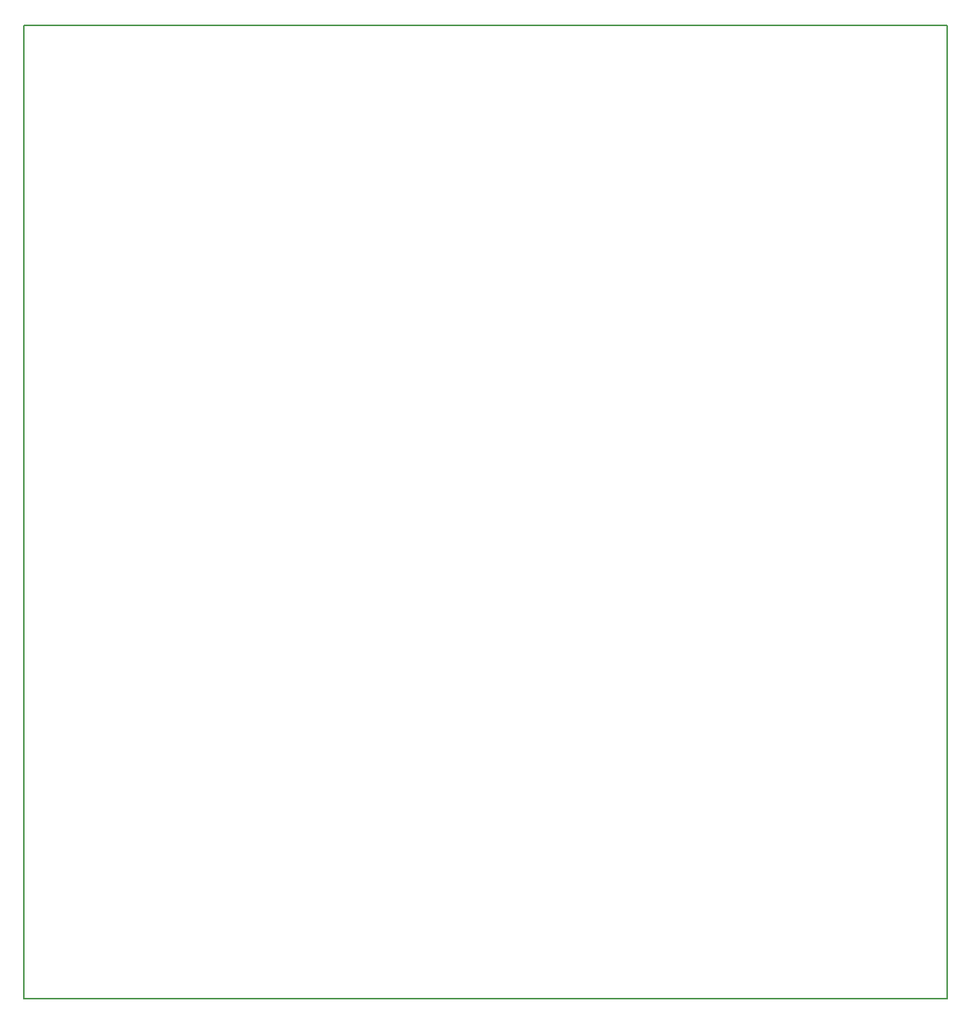
<source format=gbr>
%TF.GenerationSoftware,KiCad,Pcbnew,(6.0.0-0)*%
%TF.CreationDate,2022-03-08T07:11:21-05:00*%
%TF.ProjectId,Backplane-Memory-2022,4261636b-706c-4616-9e65-2d4d656d6f72,rev?*%
%TF.SameCoordinates,Original*%
%TF.FileFunction,Profile,NP*%
%FSLAX46Y46*%
G04 Gerber Fmt 4.6, Leading zero omitted, Abs format (unit mm)*
G04 Created by KiCad (PCBNEW (6.0.0-0)) date 2022-03-08 07:11:21*
%MOMM*%
%LPD*%
G01*
G04 APERTURE LIST*
%TA.AperFunction,Profile*%
%ADD10C,0.200000*%
%TD*%
G04 APERTURE END LIST*
D10*
X192278000Y-35560000D02*
X87376000Y-35560000D01*
X87376000Y-35560000D02*
X87376000Y-146050000D01*
X87376000Y-146050000D02*
X192278000Y-146050000D01*
X192278000Y-146050000D02*
X192278000Y-35560000D01*
M02*

</source>
